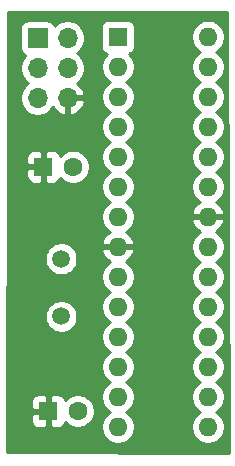
<source format=gbr>
%TF.GenerationSoftware,KiCad,Pcbnew,(5.1.7)-1*%
%TF.CreationDate,2020-12-03T15:27:53+01:00*%
%TF.ProjectId,usbasp16Mhz,75736261-7370-4313-964d-687a2e6b6963,rev?*%
%TF.SameCoordinates,Original*%
%TF.FileFunction,Copper,L2,Bot*%
%TF.FilePolarity,Positive*%
%FSLAX46Y46*%
G04 Gerber Fmt 4.6, Leading zero omitted, Abs format (unit mm)*
G04 Created by KiCad (PCBNEW (5.1.7)-1) date 2020-12-03 15:27:53*
%MOMM*%
%LPD*%
G01*
G04 APERTURE LIST*
%TA.AperFunction,ComponentPad*%
%ADD10R,1.600000X1.600000*%
%TD*%
%TA.AperFunction,ComponentPad*%
%ADD11C,1.600000*%
%TD*%
%TA.AperFunction,ComponentPad*%
%ADD12R,1.700000X1.700000*%
%TD*%
%TA.AperFunction,ComponentPad*%
%ADD13O,1.700000X1.700000*%
%TD*%
%TA.AperFunction,ComponentPad*%
%ADD14O,1.600000X1.600000*%
%TD*%
%TA.AperFunction,ComponentPad*%
%ADD15C,1.500000*%
%TD*%
%TA.AperFunction,Conductor*%
%ADD16C,0.254000*%
%TD*%
%TA.AperFunction,Conductor*%
%ADD17C,0.100000*%
%TD*%
G04 APERTURE END LIST*
D10*
%TO.P,C1,1*%
%TO.N,GND*%
X134700000Y-118600000D03*
D11*
%TO.P,C1,2*%
%TO.N,Net-(C1-Pad2)*%
X137200000Y-118600000D03*
%TD*%
%TO.P,C2,2*%
%TO.N,Net-(C2-Pad2)*%
X136800000Y-97900000D03*
D10*
%TO.P,C2,1*%
%TO.N,GND*%
X134300000Y-97900000D03*
%TD*%
D12*
%TO.P,J1,1*%
%TO.N,Net-(J1-Pad1)*%
X133800000Y-87000000D03*
D13*
%TO.P,J1,2*%
%TO.N,Net-(J1-Pad2)*%
X136340000Y-87000000D03*
%TO.P,J1,3*%
%TO.N,Net-(J1-Pad3)*%
X133800000Y-89540000D03*
%TO.P,J1,4*%
%TO.N,Net-(J1-Pad4)*%
X136340000Y-89540000D03*
%TO.P,J1,5*%
%TO.N,Net-(J1-Pad5)*%
X133800000Y-92080000D03*
%TO.P,J1,6*%
%TO.N,GND*%
X136340000Y-92080000D03*
%TD*%
D10*
%TO.P,U1,1*%
%TO.N,Net-(J1-Pad1)*%
X140600000Y-86900000D03*
D14*
%TO.P,U1,15*%
%TO.N,N/C*%
X148220000Y-119920000D03*
%TO.P,U1,2*%
X140600000Y-89440000D03*
%TO.P,U1,16*%
X148220000Y-117380000D03*
%TO.P,U1,3*%
X140600000Y-91980000D03*
%TO.P,U1,17*%
%TO.N,Net-(J1-Pad5)*%
X148220000Y-114840000D03*
%TO.P,U1,4*%
%TO.N,N/C*%
X140600000Y-94520000D03*
%TO.P,U1,18*%
%TO.N,Net-(J1-Pad3)*%
X148220000Y-112300000D03*
%TO.P,U1,5*%
%TO.N,N/C*%
X140600000Y-97060000D03*
%TO.P,U1,19*%
%TO.N,Net-(J1-Pad2)*%
X148220000Y-109760000D03*
%TO.P,U1,6*%
%TO.N,N/C*%
X140600000Y-99600000D03*
%TO.P,U1,20*%
X148220000Y-107220000D03*
%TO.P,U1,7*%
%TO.N,Net-(J1-Pad4)*%
X140600000Y-102140000D03*
%TO.P,U1,21*%
%TO.N,N/C*%
X148220000Y-104680000D03*
%TO.P,U1,8*%
%TO.N,GND*%
X140600000Y-104680000D03*
%TO.P,U1,22*%
X148220000Y-102140000D03*
%TO.P,U1,9*%
%TO.N,Net-(C1-Pad2)*%
X140600000Y-107220000D03*
%TO.P,U1,23*%
%TO.N,N/C*%
X148220000Y-99600000D03*
%TO.P,U1,10*%
%TO.N,Net-(C2-Pad2)*%
X140600000Y-109760000D03*
%TO.P,U1,24*%
%TO.N,N/C*%
X148220000Y-97060000D03*
%TO.P,U1,11*%
X140600000Y-112300000D03*
%TO.P,U1,25*%
X148220000Y-94520000D03*
%TO.P,U1,12*%
X140600000Y-114840000D03*
%TO.P,U1,26*%
X148220000Y-91980000D03*
%TO.P,U1,13*%
X140600000Y-117380000D03*
%TO.P,U1,27*%
X148220000Y-89440000D03*
%TO.P,U1,14*%
X140600000Y-119920000D03*
%TO.P,U1,28*%
X148220000Y-86900000D03*
%TD*%
D15*
%TO.P,Y1,1*%
%TO.N,Net-(C1-Pad2)*%
X135800000Y-105700000D03*
%TO.P,Y1,2*%
%TO.N,Net-(C2-Pad2)*%
X135800000Y-110580000D03*
%TD*%
D16*
%TO.N,GND*%
X149972660Y-122172328D02*
X131227338Y-122073669D01*
X131234467Y-119400000D01*
X133261928Y-119400000D01*
X133274188Y-119524482D01*
X133310498Y-119644180D01*
X133369463Y-119754494D01*
X133448815Y-119851185D01*
X133545506Y-119930537D01*
X133655820Y-119989502D01*
X133775518Y-120025812D01*
X133900000Y-120038072D01*
X134414250Y-120035000D01*
X134573000Y-119876250D01*
X134573000Y-118727000D01*
X133423750Y-118727000D01*
X133265000Y-118885750D01*
X133261928Y-119400000D01*
X131234467Y-119400000D01*
X131238733Y-117800000D01*
X133261928Y-117800000D01*
X133265000Y-118314250D01*
X133423750Y-118473000D01*
X134573000Y-118473000D01*
X134573000Y-117323750D01*
X134827000Y-117323750D01*
X134827000Y-118473000D01*
X134847000Y-118473000D01*
X134847000Y-118727000D01*
X134827000Y-118727000D01*
X134827000Y-119876250D01*
X134985750Y-120035000D01*
X135500000Y-120038072D01*
X135624482Y-120025812D01*
X135744180Y-119989502D01*
X135854494Y-119930537D01*
X135951185Y-119851185D01*
X136030537Y-119754494D01*
X136089502Y-119644180D01*
X136118661Y-119548057D01*
X136285241Y-119714637D01*
X136520273Y-119871680D01*
X136781426Y-119979853D01*
X137058665Y-120035000D01*
X137341335Y-120035000D01*
X137618574Y-119979853D01*
X137879727Y-119871680D01*
X138114759Y-119714637D01*
X138314637Y-119514759D01*
X138471680Y-119279727D01*
X138579853Y-119018574D01*
X138635000Y-118741335D01*
X138635000Y-118458665D01*
X138579853Y-118181426D01*
X138471680Y-117920273D01*
X138314637Y-117685241D01*
X138114759Y-117485363D01*
X137879727Y-117328320D01*
X137618574Y-117220147D01*
X137341335Y-117165000D01*
X137058665Y-117165000D01*
X136781426Y-117220147D01*
X136520273Y-117328320D01*
X136285241Y-117485363D01*
X136118661Y-117651943D01*
X136089502Y-117555820D01*
X136030537Y-117445506D01*
X135951185Y-117348815D01*
X135854494Y-117269463D01*
X135744180Y-117210498D01*
X135624482Y-117174188D01*
X135500000Y-117161928D01*
X134985750Y-117165000D01*
X134827000Y-117323750D01*
X134573000Y-117323750D01*
X134414250Y-117165000D01*
X133900000Y-117161928D01*
X133775518Y-117174188D01*
X133655820Y-117210498D01*
X133545506Y-117269463D01*
X133448815Y-117348815D01*
X133369463Y-117445506D01*
X133310498Y-117555820D01*
X133274188Y-117675518D01*
X133261928Y-117800000D01*
X131238733Y-117800000D01*
X131258350Y-110443589D01*
X134415000Y-110443589D01*
X134415000Y-110716411D01*
X134468225Y-110983989D01*
X134572629Y-111236043D01*
X134724201Y-111462886D01*
X134917114Y-111655799D01*
X135143957Y-111807371D01*
X135396011Y-111911775D01*
X135663589Y-111965000D01*
X135936411Y-111965000D01*
X136203989Y-111911775D01*
X136456043Y-111807371D01*
X136682886Y-111655799D01*
X136875799Y-111462886D01*
X137027371Y-111236043D01*
X137131775Y-110983989D01*
X137185000Y-110716411D01*
X137185000Y-110443589D01*
X137131775Y-110176011D01*
X137027371Y-109923957D01*
X136875799Y-109697114D01*
X136682886Y-109504201D01*
X136456043Y-109352629D01*
X136203989Y-109248225D01*
X135936411Y-109195000D01*
X135663589Y-109195000D01*
X135396011Y-109248225D01*
X135143957Y-109352629D01*
X134917114Y-109504201D01*
X134724201Y-109697114D01*
X134572629Y-109923957D01*
X134468225Y-110176011D01*
X134415000Y-110443589D01*
X131258350Y-110443589D01*
X131271363Y-105563589D01*
X134415000Y-105563589D01*
X134415000Y-105836411D01*
X134468225Y-106103989D01*
X134572629Y-106356043D01*
X134724201Y-106582886D01*
X134917114Y-106775799D01*
X135143957Y-106927371D01*
X135396011Y-107031775D01*
X135663589Y-107085000D01*
X135936411Y-107085000D01*
X135968258Y-107078665D01*
X139165000Y-107078665D01*
X139165000Y-107361335D01*
X139220147Y-107638574D01*
X139328320Y-107899727D01*
X139485363Y-108134759D01*
X139685241Y-108334637D01*
X139917759Y-108490000D01*
X139685241Y-108645363D01*
X139485363Y-108845241D01*
X139328320Y-109080273D01*
X139220147Y-109341426D01*
X139165000Y-109618665D01*
X139165000Y-109901335D01*
X139220147Y-110178574D01*
X139328320Y-110439727D01*
X139485363Y-110674759D01*
X139685241Y-110874637D01*
X139917759Y-111030000D01*
X139685241Y-111185363D01*
X139485363Y-111385241D01*
X139328320Y-111620273D01*
X139220147Y-111881426D01*
X139165000Y-112158665D01*
X139165000Y-112441335D01*
X139220147Y-112718574D01*
X139328320Y-112979727D01*
X139485363Y-113214759D01*
X139685241Y-113414637D01*
X139917759Y-113570000D01*
X139685241Y-113725363D01*
X139485363Y-113925241D01*
X139328320Y-114160273D01*
X139220147Y-114421426D01*
X139165000Y-114698665D01*
X139165000Y-114981335D01*
X139220147Y-115258574D01*
X139328320Y-115519727D01*
X139485363Y-115754759D01*
X139685241Y-115954637D01*
X139917759Y-116110000D01*
X139685241Y-116265363D01*
X139485363Y-116465241D01*
X139328320Y-116700273D01*
X139220147Y-116961426D01*
X139165000Y-117238665D01*
X139165000Y-117521335D01*
X139220147Y-117798574D01*
X139328320Y-118059727D01*
X139485363Y-118294759D01*
X139685241Y-118494637D01*
X139917759Y-118650000D01*
X139685241Y-118805363D01*
X139485363Y-119005241D01*
X139328320Y-119240273D01*
X139220147Y-119501426D01*
X139165000Y-119778665D01*
X139165000Y-120061335D01*
X139220147Y-120338574D01*
X139328320Y-120599727D01*
X139485363Y-120834759D01*
X139685241Y-121034637D01*
X139920273Y-121191680D01*
X140181426Y-121299853D01*
X140458665Y-121355000D01*
X140741335Y-121355000D01*
X141018574Y-121299853D01*
X141279727Y-121191680D01*
X141514759Y-121034637D01*
X141714637Y-120834759D01*
X141871680Y-120599727D01*
X141979853Y-120338574D01*
X142035000Y-120061335D01*
X142035000Y-119778665D01*
X141979853Y-119501426D01*
X141871680Y-119240273D01*
X141714637Y-119005241D01*
X141514759Y-118805363D01*
X141282241Y-118650000D01*
X141514759Y-118494637D01*
X141714637Y-118294759D01*
X141871680Y-118059727D01*
X141979853Y-117798574D01*
X142035000Y-117521335D01*
X142035000Y-117238665D01*
X141979853Y-116961426D01*
X141871680Y-116700273D01*
X141714637Y-116465241D01*
X141514759Y-116265363D01*
X141282241Y-116110000D01*
X141514759Y-115954637D01*
X141714637Y-115754759D01*
X141871680Y-115519727D01*
X141979853Y-115258574D01*
X142035000Y-114981335D01*
X142035000Y-114698665D01*
X141979853Y-114421426D01*
X141871680Y-114160273D01*
X141714637Y-113925241D01*
X141514759Y-113725363D01*
X141282241Y-113570000D01*
X141514759Y-113414637D01*
X141714637Y-113214759D01*
X141871680Y-112979727D01*
X141979853Y-112718574D01*
X142035000Y-112441335D01*
X142035000Y-112158665D01*
X141979853Y-111881426D01*
X141871680Y-111620273D01*
X141714637Y-111385241D01*
X141514759Y-111185363D01*
X141282241Y-111030000D01*
X141514759Y-110874637D01*
X141714637Y-110674759D01*
X141871680Y-110439727D01*
X141979853Y-110178574D01*
X142035000Y-109901335D01*
X142035000Y-109618665D01*
X141979853Y-109341426D01*
X141871680Y-109080273D01*
X141714637Y-108845241D01*
X141514759Y-108645363D01*
X141282241Y-108490000D01*
X141514759Y-108334637D01*
X141714637Y-108134759D01*
X141871680Y-107899727D01*
X141979853Y-107638574D01*
X142035000Y-107361335D01*
X142035000Y-107078665D01*
X141979853Y-106801426D01*
X141871680Y-106540273D01*
X141714637Y-106305241D01*
X141514759Y-106105363D01*
X141279727Y-105948320D01*
X141269135Y-105943933D01*
X141455131Y-105832385D01*
X141663519Y-105643414D01*
X141831037Y-105417420D01*
X141951246Y-105163087D01*
X141991904Y-105029039D01*
X141869915Y-104807000D01*
X140727000Y-104807000D01*
X140727000Y-104827000D01*
X140473000Y-104827000D01*
X140473000Y-104807000D01*
X139330085Y-104807000D01*
X139208096Y-105029039D01*
X139248754Y-105163087D01*
X139368963Y-105417420D01*
X139536481Y-105643414D01*
X139744869Y-105832385D01*
X139930865Y-105943933D01*
X139920273Y-105948320D01*
X139685241Y-106105363D01*
X139485363Y-106305241D01*
X139328320Y-106540273D01*
X139220147Y-106801426D01*
X139165000Y-107078665D01*
X135968258Y-107078665D01*
X136203989Y-107031775D01*
X136456043Y-106927371D01*
X136682886Y-106775799D01*
X136875799Y-106582886D01*
X137027371Y-106356043D01*
X137131775Y-106103989D01*
X137185000Y-105836411D01*
X137185000Y-105563589D01*
X137131775Y-105296011D01*
X137027371Y-105043957D01*
X136875799Y-104817114D01*
X136682886Y-104624201D01*
X136456043Y-104472629D01*
X136203989Y-104368225D01*
X135936411Y-104315000D01*
X135663589Y-104315000D01*
X135396011Y-104368225D01*
X135143957Y-104472629D01*
X134917114Y-104624201D01*
X134724201Y-104817114D01*
X134572629Y-105043957D01*
X134468225Y-105296011D01*
X134415000Y-105563589D01*
X131271363Y-105563589D01*
X131289667Y-98700000D01*
X132861928Y-98700000D01*
X132874188Y-98824482D01*
X132910498Y-98944180D01*
X132969463Y-99054494D01*
X133048815Y-99151185D01*
X133145506Y-99230537D01*
X133255820Y-99289502D01*
X133375518Y-99325812D01*
X133500000Y-99338072D01*
X134014250Y-99335000D01*
X134173000Y-99176250D01*
X134173000Y-98027000D01*
X133023750Y-98027000D01*
X132865000Y-98185750D01*
X132861928Y-98700000D01*
X131289667Y-98700000D01*
X131293933Y-97100000D01*
X132861928Y-97100000D01*
X132865000Y-97614250D01*
X133023750Y-97773000D01*
X134173000Y-97773000D01*
X134173000Y-96623750D01*
X134427000Y-96623750D01*
X134427000Y-97773000D01*
X134447000Y-97773000D01*
X134447000Y-98027000D01*
X134427000Y-98027000D01*
X134427000Y-99176250D01*
X134585750Y-99335000D01*
X135100000Y-99338072D01*
X135224482Y-99325812D01*
X135344180Y-99289502D01*
X135454494Y-99230537D01*
X135551185Y-99151185D01*
X135630537Y-99054494D01*
X135689502Y-98944180D01*
X135718661Y-98848057D01*
X135885241Y-99014637D01*
X136120273Y-99171680D01*
X136381426Y-99279853D01*
X136658665Y-99335000D01*
X136941335Y-99335000D01*
X137218574Y-99279853D01*
X137479727Y-99171680D01*
X137714759Y-99014637D01*
X137914637Y-98814759D01*
X138071680Y-98579727D01*
X138179853Y-98318574D01*
X138235000Y-98041335D01*
X138235000Y-97758665D01*
X138179853Y-97481426D01*
X138071680Y-97220273D01*
X137914637Y-96985241D01*
X137714759Y-96785363D01*
X137479727Y-96628320D01*
X137218574Y-96520147D01*
X136941335Y-96465000D01*
X136658665Y-96465000D01*
X136381426Y-96520147D01*
X136120273Y-96628320D01*
X135885241Y-96785363D01*
X135718661Y-96951943D01*
X135689502Y-96855820D01*
X135630537Y-96745506D01*
X135551185Y-96648815D01*
X135454494Y-96569463D01*
X135344180Y-96510498D01*
X135224482Y-96474188D01*
X135100000Y-96461928D01*
X134585750Y-96465000D01*
X134427000Y-96623750D01*
X134173000Y-96623750D01*
X134014250Y-96465000D01*
X133500000Y-96461928D01*
X133375518Y-96474188D01*
X133255820Y-96510498D01*
X133145506Y-96569463D01*
X133048815Y-96648815D01*
X132969463Y-96745506D01*
X132910498Y-96855820D01*
X132874188Y-96975518D01*
X132861928Y-97100000D01*
X131293933Y-97100000D01*
X131323134Y-86150000D01*
X132311928Y-86150000D01*
X132311928Y-87850000D01*
X132324188Y-87974482D01*
X132360498Y-88094180D01*
X132419463Y-88204494D01*
X132498815Y-88301185D01*
X132595506Y-88380537D01*
X132705820Y-88439502D01*
X132778380Y-88461513D01*
X132646525Y-88593368D01*
X132484010Y-88836589D01*
X132372068Y-89106842D01*
X132315000Y-89393740D01*
X132315000Y-89686260D01*
X132372068Y-89973158D01*
X132484010Y-90243411D01*
X132646525Y-90486632D01*
X132853368Y-90693475D01*
X133027760Y-90810000D01*
X132853368Y-90926525D01*
X132646525Y-91133368D01*
X132484010Y-91376589D01*
X132372068Y-91646842D01*
X132315000Y-91933740D01*
X132315000Y-92226260D01*
X132372068Y-92513158D01*
X132484010Y-92783411D01*
X132646525Y-93026632D01*
X132853368Y-93233475D01*
X133096589Y-93395990D01*
X133366842Y-93507932D01*
X133653740Y-93565000D01*
X133946260Y-93565000D01*
X134233158Y-93507932D01*
X134503411Y-93395990D01*
X134746632Y-93233475D01*
X134953475Y-93026632D01*
X135071100Y-92850594D01*
X135242412Y-93080269D01*
X135458645Y-93275178D01*
X135708748Y-93424157D01*
X135983109Y-93521481D01*
X136213000Y-93400814D01*
X136213000Y-92207000D01*
X136467000Y-92207000D01*
X136467000Y-93400814D01*
X136696891Y-93521481D01*
X136971252Y-93424157D01*
X137221355Y-93275178D01*
X137437588Y-93080269D01*
X137611641Y-92846920D01*
X137736825Y-92584099D01*
X137781476Y-92436890D01*
X137660155Y-92207000D01*
X136467000Y-92207000D01*
X136213000Y-92207000D01*
X136193000Y-92207000D01*
X136193000Y-91953000D01*
X136213000Y-91953000D01*
X136213000Y-91933000D01*
X136467000Y-91933000D01*
X136467000Y-91953000D01*
X137660155Y-91953000D01*
X137781476Y-91723110D01*
X137736825Y-91575901D01*
X137611641Y-91313080D01*
X137437588Y-91079731D01*
X137221355Y-90884822D01*
X137104466Y-90815195D01*
X137286632Y-90693475D01*
X137493475Y-90486632D01*
X137655990Y-90243411D01*
X137767932Y-89973158D01*
X137825000Y-89686260D01*
X137825000Y-89393740D01*
X137767932Y-89106842D01*
X137655990Y-88836589D01*
X137493475Y-88593368D01*
X137286632Y-88386525D01*
X137112240Y-88270000D01*
X137286632Y-88153475D01*
X137493475Y-87946632D01*
X137655990Y-87703411D01*
X137767932Y-87433158D01*
X137825000Y-87146260D01*
X137825000Y-86853740D01*
X137767932Y-86566842D01*
X137655990Y-86296589D01*
X137524634Y-86100000D01*
X139161928Y-86100000D01*
X139161928Y-87700000D01*
X139174188Y-87824482D01*
X139210498Y-87944180D01*
X139269463Y-88054494D01*
X139348815Y-88151185D01*
X139445506Y-88230537D01*
X139555820Y-88289502D01*
X139675518Y-88325812D01*
X139683961Y-88326643D01*
X139485363Y-88525241D01*
X139328320Y-88760273D01*
X139220147Y-89021426D01*
X139165000Y-89298665D01*
X139165000Y-89581335D01*
X139220147Y-89858574D01*
X139328320Y-90119727D01*
X139485363Y-90354759D01*
X139685241Y-90554637D01*
X139917759Y-90710000D01*
X139685241Y-90865363D01*
X139485363Y-91065241D01*
X139328320Y-91300273D01*
X139220147Y-91561426D01*
X139165000Y-91838665D01*
X139165000Y-92121335D01*
X139220147Y-92398574D01*
X139328320Y-92659727D01*
X139485363Y-92894759D01*
X139685241Y-93094637D01*
X139917759Y-93250000D01*
X139685241Y-93405363D01*
X139485363Y-93605241D01*
X139328320Y-93840273D01*
X139220147Y-94101426D01*
X139165000Y-94378665D01*
X139165000Y-94661335D01*
X139220147Y-94938574D01*
X139328320Y-95199727D01*
X139485363Y-95434759D01*
X139685241Y-95634637D01*
X139917759Y-95790000D01*
X139685241Y-95945363D01*
X139485363Y-96145241D01*
X139328320Y-96380273D01*
X139220147Y-96641426D01*
X139165000Y-96918665D01*
X139165000Y-97201335D01*
X139220147Y-97478574D01*
X139328320Y-97739727D01*
X139485363Y-97974759D01*
X139685241Y-98174637D01*
X139917759Y-98330000D01*
X139685241Y-98485363D01*
X139485363Y-98685241D01*
X139328320Y-98920273D01*
X139220147Y-99181426D01*
X139165000Y-99458665D01*
X139165000Y-99741335D01*
X139220147Y-100018574D01*
X139328320Y-100279727D01*
X139485363Y-100514759D01*
X139685241Y-100714637D01*
X139917759Y-100870000D01*
X139685241Y-101025363D01*
X139485363Y-101225241D01*
X139328320Y-101460273D01*
X139220147Y-101721426D01*
X139165000Y-101998665D01*
X139165000Y-102281335D01*
X139220147Y-102558574D01*
X139328320Y-102819727D01*
X139485363Y-103054759D01*
X139685241Y-103254637D01*
X139920273Y-103411680D01*
X139930865Y-103416067D01*
X139744869Y-103527615D01*
X139536481Y-103716586D01*
X139368963Y-103942580D01*
X139248754Y-104196913D01*
X139208096Y-104330961D01*
X139330085Y-104553000D01*
X140473000Y-104553000D01*
X140473000Y-104533000D01*
X140727000Y-104533000D01*
X140727000Y-104553000D01*
X141869915Y-104553000D01*
X141877790Y-104538665D01*
X146785000Y-104538665D01*
X146785000Y-104821335D01*
X146840147Y-105098574D01*
X146948320Y-105359727D01*
X147105363Y-105594759D01*
X147305241Y-105794637D01*
X147537759Y-105950000D01*
X147305241Y-106105363D01*
X147105363Y-106305241D01*
X146948320Y-106540273D01*
X146840147Y-106801426D01*
X146785000Y-107078665D01*
X146785000Y-107361335D01*
X146840147Y-107638574D01*
X146948320Y-107899727D01*
X147105363Y-108134759D01*
X147305241Y-108334637D01*
X147537759Y-108490000D01*
X147305241Y-108645363D01*
X147105363Y-108845241D01*
X146948320Y-109080273D01*
X146840147Y-109341426D01*
X146785000Y-109618665D01*
X146785000Y-109901335D01*
X146840147Y-110178574D01*
X146948320Y-110439727D01*
X147105363Y-110674759D01*
X147305241Y-110874637D01*
X147537759Y-111030000D01*
X147305241Y-111185363D01*
X147105363Y-111385241D01*
X146948320Y-111620273D01*
X146840147Y-111881426D01*
X146785000Y-112158665D01*
X146785000Y-112441335D01*
X146840147Y-112718574D01*
X146948320Y-112979727D01*
X147105363Y-113214759D01*
X147305241Y-113414637D01*
X147537759Y-113570000D01*
X147305241Y-113725363D01*
X147105363Y-113925241D01*
X146948320Y-114160273D01*
X146840147Y-114421426D01*
X146785000Y-114698665D01*
X146785000Y-114981335D01*
X146840147Y-115258574D01*
X146948320Y-115519727D01*
X147105363Y-115754759D01*
X147305241Y-115954637D01*
X147537759Y-116110000D01*
X147305241Y-116265363D01*
X147105363Y-116465241D01*
X146948320Y-116700273D01*
X146840147Y-116961426D01*
X146785000Y-117238665D01*
X146785000Y-117521335D01*
X146840147Y-117798574D01*
X146948320Y-118059727D01*
X147105363Y-118294759D01*
X147305241Y-118494637D01*
X147537759Y-118650000D01*
X147305241Y-118805363D01*
X147105363Y-119005241D01*
X146948320Y-119240273D01*
X146840147Y-119501426D01*
X146785000Y-119778665D01*
X146785000Y-120061335D01*
X146840147Y-120338574D01*
X146948320Y-120599727D01*
X147105363Y-120834759D01*
X147305241Y-121034637D01*
X147540273Y-121191680D01*
X147801426Y-121299853D01*
X148078665Y-121355000D01*
X148361335Y-121355000D01*
X148638574Y-121299853D01*
X148899727Y-121191680D01*
X149134759Y-121034637D01*
X149334637Y-120834759D01*
X149491680Y-120599727D01*
X149599853Y-120338574D01*
X149655000Y-120061335D01*
X149655000Y-119778665D01*
X149599853Y-119501426D01*
X149491680Y-119240273D01*
X149334637Y-119005241D01*
X149134759Y-118805363D01*
X148902241Y-118650000D01*
X149134759Y-118494637D01*
X149334637Y-118294759D01*
X149491680Y-118059727D01*
X149599853Y-117798574D01*
X149655000Y-117521335D01*
X149655000Y-117238665D01*
X149599853Y-116961426D01*
X149491680Y-116700273D01*
X149334637Y-116465241D01*
X149134759Y-116265363D01*
X148902241Y-116110000D01*
X149134759Y-115954637D01*
X149334637Y-115754759D01*
X149491680Y-115519727D01*
X149599853Y-115258574D01*
X149655000Y-114981335D01*
X149655000Y-114698665D01*
X149599853Y-114421426D01*
X149491680Y-114160273D01*
X149334637Y-113925241D01*
X149134759Y-113725363D01*
X148902241Y-113570000D01*
X149134759Y-113414637D01*
X149334637Y-113214759D01*
X149491680Y-112979727D01*
X149599853Y-112718574D01*
X149655000Y-112441335D01*
X149655000Y-112158665D01*
X149599853Y-111881426D01*
X149491680Y-111620273D01*
X149334637Y-111385241D01*
X149134759Y-111185363D01*
X148902241Y-111030000D01*
X149134759Y-110874637D01*
X149334637Y-110674759D01*
X149491680Y-110439727D01*
X149599853Y-110178574D01*
X149655000Y-109901335D01*
X149655000Y-109618665D01*
X149599853Y-109341426D01*
X149491680Y-109080273D01*
X149334637Y-108845241D01*
X149134759Y-108645363D01*
X148902241Y-108490000D01*
X149134759Y-108334637D01*
X149334637Y-108134759D01*
X149491680Y-107899727D01*
X149599853Y-107638574D01*
X149655000Y-107361335D01*
X149655000Y-107078665D01*
X149599853Y-106801426D01*
X149491680Y-106540273D01*
X149334637Y-106305241D01*
X149134759Y-106105363D01*
X148902241Y-105950000D01*
X149134759Y-105794637D01*
X149334637Y-105594759D01*
X149491680Y-105359727D01*
X149599853Y-105098574D01*
X149655000Y-104821335D01*
X149655000Y-104538665D01*
X149599853Y-104261426D01*
X149491680Y-104000273D01*
X149334637Y-103765241D01*
X149134759Y-103565363D01*
X148899727Y-103408320D01*
X148889135Y-103403933D01*
X149075131Y-103292385D01*
X149283519Y-103103414D01*
X149451037Y-102877420D01*
X149571246Y-102623087D01*
X149611904Y-102489039D01*
X149489915Y-102267000D01*
X148347000Y-102267000D01*
X148347000Y-102287000D01*
X148093000Y-102287000D01*
X148093000Y-102267000D01*
X146950085Y-102267000D01*
X146828096Y-102489039D01*
X146868754Y-102623087D01*
X146988963Y-102877420D01*
X147156481Y-103103414D01*
X147364869Y-103292385D01*
X147550865Y-103403933D01*
X147540273Y-103408320D01*
X147305241Y-103565363D01*
X147105363Y-103765241D01*
X146948320Y-104000273D01*
X146840147Y-104261426D01*
X146785000Y-104538665D01*
X141877790Y-104538665D01*
X141991904Y-104330961D01*
X141951246Y-104196913D01*
X141831037Y-103942580D01*
X141663519Y-103716586D01*
X141455131Y-103527615D01*
X141269135Y-103416067D01*
X141279727Y-103411680D01*
X141514759Y-103254637D01*
X141714637Y-103054759D01*
X141871680Y-102819727D01*
X141979853Y-102558574D01*
X142035000Y-102281335D01*
X142035000Y-101998665D01*
X141979853Y-101721426D01*
X141871680Y-101460273D01*
X141714637Y-101225241D01*
X141514759Y-101025363D01*
X141282241Y-100870000D01*
X141514759Y-100714637D01*
X141714637Y-100514759D01*
X141871680Y-100279727D01*
X141979853Y-100018574D01*
X142035000Y-99741335D01*
X142035000Y-99458665D01*
X141979853Y-99181426D01*
X141871680Y-98920273D01*
X141714637Y-98685241D01*
X141514759Y-98485363D01*
X141282241Y-98330000D01*
X141514759Y-98174637D01*
X141714637Y-97974759D01*
X141871680Y-97739727D01*
X141979853Y-97478574D01*
X142035000Y-97201335D01*
X142035000Y-96918665D01*
X141979853Y-96641426D01*
X141871680Y-96380273D01*
X141714637Y-96145241D01*
X141514759Y-95945363D01*
X141282241Y-95790000D01*
X141514759Y-95634637D01*
X141714637Y-95434759D01*
X141871680Y-95199727D01*
X141979853Y-94938574D01*
X142035000Y-94661335D01*
X142035000Y-94378665D01*
X141979853Y-94101426D01*
X141871680Y-93840273D01*
X141714637Y-93605241D01*
X141514759Y-93405363D01*
X141282241Y-93250000D01*
X141514759Y-93094637D01*
X141714637Y-92894759D01*
X141871680Y-92659727D01*
X141979853Y-92398574D01*
X142035000Y-92121335D01*
X142035000Y-91838665D01*
X141979853Y-91561426D01*
X141871680Y-91300273D01*
X141714637Y-91065241D01*
X141514759Y-90865363D01*
X141282241Y-90710000D01*
X141514759Y-90554637D01*
X141714637Y-90354759D01*
X141871680Y-90119727D01*
X141979853Y-89858574D01*
X142035000Y-89581335D01*
X142035000Y-89298665D01*
X141979853Y-89021426D01*
X141871680Y-88760273D01*
X141714637Y-88525241D01*
X141516039Y-88326643D01*
X141524482Y-88325812D01*
X141644180Y-88289502D01*
X141754494Y-88230537D01*
X141851185Y-88151185D01*
X141930537Y-88054494D01*
X141989502Y-87944180D01*
X142025812Y-87824482D01*
X142038072Y-87700000D01*
X142038072Y-86758665D01*
X146785000Y-86758665D01*
X146785000Y-87041335D01*
X146840147Y-87318574D01*
X146948320Y-87579727D01*
X147105363Y-87814759D01*
X147305241Y-88014637D01*
X147537759Y-88170000D01*
X147305241Y-88325363D01*
X147105363Y-88525241D01*
X146948320Y-88760273D01*
X146840147Y-89021426D01*
X146785000Y-89298665D01*
X146785000Y-89581335D01*
X146840147Y-89858574D01*
X146948320Y-90119727D01*
X147105363Y-90354759D01*
X147305241Y-90554637D01*
X147537759Y-90710000D01*
X147305241Y-90865363D01*
X147105363Y-91065241D01*
X146948320Y-91300273D01*
X146840147Y-91561426D01*
X146785000Y-91838665D01*
X146785000Y-92121335D01*
X146840147Y-92398574D01*
X146948320Y-92659727D01*
X147105363Y-92894759D01*
X147305241Y-93094637D01*
X147537759Y-93250000D01*
X147305241Y-93405363D01*
X147105363Y-93605241D01*
X146948320Y-93840273D01*
X146840147Y-94101426D01*
X146785000Y-94378665D01*
X146785000Y-94661335D01*
X146840147Y-94938574D01*
X146948320Y-95199727D01*
X147105363Y-95434759D01*
X147305241Y-95634637D01*
X147537759Y-95790000D01*
X147305241Y-95945363D01*
X147105363Y-96145241D01*
X146948320Y-96380273D01*
X146840147Y-96641426D01*
X146785000Y-96918665D01*
X146785000Y-97201335D01*
X146840147Y-97478574D01*
X146948320Y-97739727D01*
X147105363Y-97974759D01*
X147305241Y-98174637D01*
X147537759Y-98330000D01*
X147305241Y-98485363D01*
X147105363Y-98685241D01*
X146948320Y-98920273D01*
X146840147Y-99181426D01*
X146785000Y-99458665D01*
X146785000Y-99741335D01*
X146840147Y-100018574D01*
X146948320Y-100279727D01*
X147105363Y-100514759D01*
X147305241Y-100714637D01*
X147540273Y-100871680D01*
X147550865Y-100876067D01*
X147364869Y-100987615D01*
X147156481Y-101176586D01*
X146988963Y-101402580D01*
X146868754Y-101656913D01*
X146828096Y-101790961D01*
X146950085Y-102013000D01*
X148093000Y-102013000D01*
X148093000Y-101993000D01*
X148347000Y-101993000D01*
X148347000Y-102013000D01*
X149489915Y-102013000D01*
X149611904Y-101790961D01*
X149571246Y-101656913D01*
X149451037Y-101402580D01*
X149283519Y-101176586D01*
X149075131Y-100987615D01*
X148889135Y-100876067D01*
X148899727Y-100871680D01*
X149134759Y-100714637D01*
X149334637Y-100514759D01*
X149491680Y-100279727D01*
X149599853Y-100018574D01*
X149655000Y-99741335D01*
X149655000Y-99458665D01*
X149599853Y-99181426D01*
X149491680Y-98920273D01*
X149334637Y-98685241D01*
X149134759Y-98485363D01*
X148902241Y-98330000D01*
X149134759Y-98174637D01*
X149334637Y-97974759D01*
X149491680Y-97739727D01*
X149599853Y-97478574D01*
X149655000Y-97201335D01*
X149655000Y-96918665D01*
X149599853Y-96641426D01*
X149491680Y-96380273D01*
X149334637Y-96145241D01*
X149134759Y-95945363D01*
X148902241Y-95790000D01*
X149134759Y-95634637D01*
X149334637Y-95434759D01*
X149491680Y-95199727D01*
X149599853Y-94938574D01*
X149655000Y-94661335D01*
X149655000Y-94378665D01*
X149599853Y-94101426D01*
X149491680Y-93840273D01*
X149334637Y-93605241D01*
X149134759Y-93405363D01*
X148902241Y-93250000D01*
X149134759Y-93094637D01*
X149334637Y-92894759D01*
X149491680Y-92659727D01*
X149599853Y-92398574D01*
X149655000Y-92121335D01*
X149655000Y-91838665D01*
X149599853Y-91561426D01*
X149491680Y-91300273D01*
X149334637Y-91065241D01*
X149134759Y-90865363D01*
X148902241Y-90710000D01*
X149134759Y-90554637D01*
X149334637Y-90354759D01*
X149491680Y-90119727D01*
X149599853Y-89858574D01*
X149655000Y-89581335D01*
X149655000Y-89298665D01*
X149599853Y-89021426D01*
X149491680Y-88760273D01*
X149334637Y-88525241D01*
X149134759Y-88325363D01*
X148902241Y-88170000D01*
X149134759Y-88014637D01*
X149334637Y-87814759D01*
X149491680Y-87579727D01*
X149599853Y-87318574D01*
X149655000Y-87041335D01*
X149655000Y-86758665D01*
X149599853Y-86481426D01*
X149491680Y-86220273D01*
X149334637Y-85985241D01*
X149134759Y-85785363D01*
X148899727Y-85628320D01*
X148638574Y-85520147D01*
X148361335Y-85465000D01*
X148078665Y-85465000D01*
X147801426Y-85520147D01*
X147540273Y-85628320D01*
X147305241Y-85785363D01*
X147105363Y-85985241D01*
X146948320Y-86220273D01*
X146840147Y-86481426D01*
X146785000Y-86758665D01*
X142038072Y-86758665D01*
X142038072Y-86100000D01*
X142025812Y-85975518D01*
X141989502Y-85855820D01*
X141930537Y-85745506D01*
X141851185Y-85648815D01*
X141754494Y-85569463D01*
X141644180Y-85510498D01*
X141524482Y-85474188D01*
X141400000Y-85461928D01*
X139800000Y-85461928D01*
X139675518Y-85474188D01*
X139555820Y-85510498D01*
X139445506Y-85569463D01*
X139348815Y-85648815D01*
X139269463Y-85745506D01*
X139210498Y-85855820D01*
X139174188Y-85975518D01*
X139161928Y-86100000D01*
X137524634Y-86100000D01*
X137493475Y-86053368D01*
X137286632Y-85846525D01*
X137043411Y-85684010D01*
X136773158Y-85572068D01*
X136486260Y-85515000D01*
X136193740Y-85515000D01*
X135906842Y-85572068D01*
X135636589Y-85684010D01*
X135393368Y-85846525D01*
X135261513Y-85978380D01*
X135239502Y-85905820D01*
X135180537Y-85795506D01*
X135101185Y-85698815D01*
X135004494Y-85619463D01*
X134894180Y-85560498D01*
X134774482Y-85524188D01*
X134650000Y-85511928D01*
X132950000Y-85511928D01*
X132825518Y-85524188D01*
X132705820Y-85560498D01*
X132595506Y-85619463D01*
X132498815Y-85698815D01*
X132419463Y-85795506D01*
X132360498Y-85905820D01*
X132324188Y-86025518D01*
X132311928Y-86150000D01*
X131323134Y-86150000D01*
X131326662Y-84827000D01*
X149873337Y-84827000D01*
X149972660Y-122172328D01*
%TA.AperFunction,Conductor*%
D17*
G36*
X149972660Y-122172328D02*
G01*
X131227338Y-122073669D01*
X131234467Y-119400000D01*
X133261928Y-119400000D01*
X133274188Y-119524482D01*
X133310498Y-119644180D01*
X133369463Y-119754494D01*
X133448815Y-119851185D01*
X133545506Y-119930537D01*
X133655820Y-119989502D01*
X133775518Y-120025812D01*
X133900000Y-120038072D01*
X134414250Y-120035000D01*
X134573000Y-119876250D01*
X134573000Y-118727000D01*
X133423750Y-118727000D01*
X133265000Y-118885750D01*
X133261928Y-119400000D01*
X131234467Y-119400000D01*
X131238733Y-117800000D01*
X133261928Y-117800000D01*
X133265000Y-118314250D01*
X133423750Y-118473000D01*
X134573000Y-118473000D01*
X134573000Y-117323750D01*
X134827000Y-117323750D01*
X134827000Y-118473000D01*
X134847000Y-118473000D01*
X134847000Y-118727000D01*
X134827000Y-118727000D01*
X134827000Y-119876250D01*
X134985750Y-120035000D01*
X135500000Y-120038072D01*
X135624482Y-120025812D01*
X135744180Y-119989502D01*
X135854494Y-119930537D01*
X135951185Y-119851185D01*
X136030537Y-119754494D01*
X136089502Y-119644180D01*
X136118661Y-119548057D01*
X136285241Y-119714637D01*
X136520273Y-119871680D01*
X136781426Y-119979853D01*
X137058665Y-120035000D01*
X137341335Y-120035000D01*
X137618574Y-119979853D01*
X137879727Y-119871680D01*
X138114759Y-119714637D01*
X138314637Y-119514759D01*
X138471680Y-119279727D01*
X138579853Y-119018574D01*
X138635000Y-118741335D01*
X138635000Y-118458665D01*
X138579853Y-118181426D01*
X138471680Y-117920273D01*
X138314637Y-117685241D01*
X138114759Y-117485363D01*
X137879727Y-117328320D01*
X137618574Y-117220147D01*
X137341335Y-117165000D01*
X137058665Y-117165000D01*
X136781426Y-117220147D01*
X136520273Y-117328320D01*
X136285241Y-117485363D01*
X136118661Y-117651943D01*
X136089502Y-117555820D01*
X136030537Y-117445506D01*
X135951185Y-117348815D01*
X135854494Y-117269463D01*
X135744180Y-117210498D01*
X135624482Y-117174188D01*
X135500000Y-117161928D01*
X134985750Y-117165000D01*
X134827000Y-117323750D01*
X134573000Y-117323750D01*
X134414250Y-117165000D01*
X133900000Y-117161928D01*
X133775518Y-117174188D01*
X133655820Y-117210498D01*
X133545506Y-117269463D01*
X133448815Y-117348815D01*
X133369463Y-117445506D01*
X133310498Y-117555820D01*
X133274188Y-117675518D01*
X133261928Y-117800000D01*
X131238733Y-117800000D01*
X131258350Y-110443589D01*
X134415000Y-110443589D01*
X134415000Y-110716411D01*
X134468225Y-110983989D01*
X134572629Y-111236043D01*
X134724201Y-111462886D01*
X134917114Y-111655799D01*
X135143957Y-111807371D01*
X135396011Y-111911775D01*
X135663589Y-111965000D01*
X135936411Y-111965000D01*
X136203989Y-111911775D01*
X136456043Y-111807371D01*
X136682886Y-111655799D01*
X136875799Y-111462886D01*
X137027371Y-111236043D01*
X137131775Y-110983989D01*
X137185000Y-110716411D01*
X137185000Y-110443589D01*
X137131775Y-110176011D01*
X137027371Y-109923957D01*
X136875799Y-109697114D01*
X136682886Y-109504201D01*
X136456043Y-109352629D01*
X136203989Y-109248225D01*
X135936411Y-109195000D01*
X135663589Y-109195000D01*
X135396011Y-109248225D01*
X135143957Y-109352629D01*
X134917114Y-109504201D01*
X134724201Y-109697114D01*
X134572629Y-109923957D01*
X134468225Y-110176011D01*
X134415000Y-110443589D01*
X131258350Y-110443589D01*
X131271363Y-105563589D01*
X134415000Y-105563589D01*
X134415000Y-105836411D01*
X134468225Y-106103989D01*
X134572629Y-106356043D01*
X134724201Y-106582886D01*
X134917114Y-106775799D01*
X135143957Y-106927371D01*
X135396011Y-107031775D01*
X135663589Y-107085000D01*
X135936411Y-107085000D01*
X135968258Y-107078665D01*
X139165000Y-107078665D01*
X139165000Y-107361335D01*
X139220147Y-107638574D01*
X139328320Y-107899727D01*
X139485363Y-108134759D01*
X139685241Y-108334637D01*
X139917759Y-108490000D01*
X139685241Y-108645363D01*
X139485363Y-108845241D01*
X139328320Y-109080273D01*
X139220147Y-109341426D01*
X139165000Y-109618665D01*
X139165000Y-109901335D01*
X139220147Y-110178574D01*
X139328320Y-110439727D01*
X139485363Y-110674759D01*
X139685241Y-110874637D01*
X139917759Y-111030000D01*
X139685241Y-111185363D01*
X139485363Y-111385241D01*
X139328320Y-111620273D01*
X139220147Y-111881426D01*
X139165000Y-112158665D01*
X139165000Y-112441335D01*
X139220147Y-112718574D01*
X139328320Y-112979727D01*
X139485363Y-113214759D01*
X139685241Y-113414637D01*
X139917759Y-113570000D01*
X139685241Y-113725363D01*
X139485363Y-113925241D01*
X139328320Y-114160273D01*
X139220147Y-114421426D01*
X139165000Y-114698665D01*
X139165000Y-114981335D01*
X139220147Y-115258574D01*
X139328320Y-115519727D01*
X139485363Y-115754759D01*
X139685241Y-115954637D01*
X139917759Y-116110000D01*
X139685241Y-116265363D01*
X139485363Y-116465241D01*
X139328320Y-116700273D01*
X139220147Y-116961426D01*
X139165000Y-117238665D01*
X139165000Y-117521335D01*
X139220147Y-117798574D01*
X139328320Y-118059727D01*
X139485363Y-118294759D01*
X139685241Y-118494637D01*
X139917759Y-118650000D01*
X139685241Y-118805363D01*
X139485363Y-119005241D01*
X139328320Y-119240273D01*
X139220147Y-119501426D01*
X139165000Y-119778665D01*
X139165000Y-120061335D01*
X139220147Y-120338574D01*
X139328320Y-120599727D01*
X139485363Y-120834759D01*
X139685241Y-121034637D01*
X139920273Y-121191680D01*
X140181426Y-121299853D01*
X140458665Y-121355000D01*
X140741335Y-121355000D01*
X141018574Y-121299853D01*
X141279727Y-121191680D01*
X141514759Y-121034637D01*
X141714637Y-120834759D01*
X141871680Y-120599727D01*
X141979853Y-120338574D01*
X142035000Y-120061335D01*
X142035000Y-119778665D01*
X141979853Y-119501426D01*
X141871680Y-119240273D01*
X141714637Y-119005241D01*
X141514759Y-118805363D01*
X141282241Y-118650000D01*
X141514759Y-118494637D01*
X141714637Y-118294759D01*
X141871680Y-118059727D01*
X141979853Y-117798574D01*
X142035000Y-117521335D01*
X142035000Y-117238665D01*
X141979853Y-116961426D01*
X141871680Y-116700273D01*
X141714637Y-116465241D01*
X141514759Y-116265363D01*
X141282241Y-116110000D01*
X141514759Y-115954637D01*
X141714637Y-115754759D01*
X141871680Y-115519727D01*
X141979853Y-115258574D01*
X142035000Y-114981335D01*
X142035000Y-114698665D01*
X141979853Y-114421426D01*
X141871680Y-114160273D01*
X141714637Y-113925241D01*
X141514759Y-113725363D01*
X141282241Y-113570000D01*
X141514759Y-113414637D01*
X141714637Y-113214759D01*
X141871680Y-112979727D01*
X141979853Y-112718574D01*
X142035000Y-112441335D01*
X142035000Y-112158665D01*
X141979853Y-111881426D01*
X141871680Y-111620273D01*
X141714637Y-111385241D01*
X141514759Y-111185363D01*
X141282241Y-111030000D01*
X141514759Y-110874637D01*
X141714637Y-110674759D01*
X141871680Y-110439727D01*
X141979853Y-110178574D01*
X142035000Y-109901335D01*
X142035000Y-109618665D01*
X141979853Y-109341426D01*
X141871680Y-109080273D01*
X141714637Y-108845241D01*
X141514759Y-108645363D01*
X141282241Y-108490000D01*
X141514759Y-108334637D01*
X141714637Y-108134759D01*
X141871680Y-107899727D01*
X141979853Y-107638574D01*
X142035000Y-107361335D01*
X142035000Y-107078665D01*
X141979853Y-106801426D01*
X141871680Y-106540273D01*
X141714637Y-106305241D01*
X141514759Y-106105363D01*
X141279727Y-105948320D01*
X141269135Y-105943933D01*
X141455131Y-105832385D01*
X141663519Y-105643414D01*
X141831037Y-105417420D01*
X141951246Y-105163087D01*
X141991904Y-105029039D01*
X141869915Y-104807000D01*
X140727000Y-104807000D01*
X140727000Y-104827000D01*
X140473000Y-104827000D01*
X140473000Y-104807000D01*
X139330085Y-104807000D01*
X139208096Y-105029039D01*
X139248754Y-105163087D01*
X139368963Y-105417420D01*
X139536481Y-105643414D01*
X139744869Y-105832385D01*
X139930865Y-105943933D01*
X139920273Y-105948320D01*
X139685241Y-106105363D01*
X139485363Y-106305241D01*
X139328320Y-106540273D01*
X139220147Y-106801426D01*
X139165000Y-107078665D01*
X135968258Y-107078665D01*
X136203989Y-107031775D01*
X136456043Y-106927371D01*
X136682886Y-106775799D01*
X136875799Y-106582886D01*
X137027371Y-106356043D01*
X137131775Y-106103989D01*
X137185000Y-105836411D01*
X137185000Y-105563589D01*
X137131775Y-105296011D01*
X137027371Y-105043957D01*
X136875799Y-104817114D01*
X136682886Y-104624201D01*
X136456043Y-104472629D01*
X136203989Y-104368225D01*
X135936411Y-104315000D01*
X135663589Y-104315000D01*
X135396011Y-104368225D01*
X135143957Y-104472629D01*
X134917114Y-104624201D01*
X134724201Y-104817114D01*
X134572629Y-105043957D01*
X134468225Y-105296011D01*
X134415000Y-105563589D01*
X131271363Y-105563589D01*
X131289667Y-98700000D01*
X132861928Y-98700000D01*
X132874188Y-98824482D01*
X132910498Y-98944180D01*
X132969463Y-99054494D01*
X133048815Y-99151185D01*
X133145506Y-99230537D01*
X133255820Y-99289502D01*
X133375518Y-99325812D01*
X133500000Y-99338072D01*
X134014250Y-99335000D01*
X134173000Y-99176250D01*
X134173000Y-98027000D01*
X133023750Y-98027000D01*
X132865000Y-98185750D01*
X132861928Y-98700000D01*
X131289667Y-98700000D01*
X131293933Y-97100000D01*
X132861928Y-97100000D01*
X132865000Y-97614250D01*
X133023750Y-97773000D01*
X134173000Y-97773000D01*
X134173000Y-96623750D01*
X134427000Y-96623750D01*
X134427000Y-97773000D01*
X134447000Y-97773000D01*
X134447000Y-98027000D01*
X134427000Y-98027000D01*
X134427000Y-99176250D01*
X134585750Y-99335000D01*
X135100000Y-99338072D01*
X135224482Y-99325812D01*
X135344180Y-99289502D01*
X135454494Y-99230537D01*
X135551185Y-99151185D01*
X135630537Y-99054494D01*
X135689502Y-98944180D01*
X135718661Y-98848057D01*
X135885241Y-99014637D01*
X136120273Y-99171680D01*
X136381426Y-99279853D01*
X136658665Y-99335000D01*
X136941335Y-99335000D01*
X137218574Y-99279853D01*
X137479727Y-99171680D01*
X137714759Y-99014637D01*
X137914637Y-98814759D01*
X138071680Y-98579727D01*
X138179853Y-98318574D01*
X138235000Y-98041335D01*
X138235000Y-97758665D01*
X138179853Y-97481426D01*
X138071680Y-97220273D01*
X137914637Y-96985241D01*
X137714759Y-96785363D01*
X137479727Y-96628320D01*
X137218574Y-96520147D01*
X136941335Y-96465000D01*
X136658665Y-96465000D01*
X136381426Y-96520147D01*
X136120273Y-96628320D01*
X135885241Y-96785363D01*
X135718661Y-96951943D01*
X135689502Y-96855820D01*
X135630537Y-96745506D01*
X135551185Y-96648815D01*
X135454494Y-96569463D01*
X135344180Y-96510498D01*
X135224482Y-96474188D01*
X135100000Y-96461928D01*
X134585750Y-96465000D01*
X134427000Y-96623750D01*
X134173000Y-96623750D01*
X134014250Y-96465000D01*
X133500000Y-96461928D01*
X133375518Y-96474188D01*
X133255820Y-96510498D01*
X133145506Y-96569463D01*
X133048815Y-96648815D01*
X132969463Y-96745506D01*
X132910498Y-96855820D01*
X132874188Y-96975518D01*
X132861928Y-97100000D01*
X131293933Y-97100000D01*
X131323134Y-86150000D01*
X132311928Y-86150000D01*
X132311928Y-87850000D01*
X132324188Y-87974482D01*
X132360498Y-88094180D01*
X132419463Y-88204494D01*
X132498815Y-88301185D01*
X132595506Y-88380537D01*
X132705820Y-88439502D01*
X132778380Y-88461513D01*
X132646525Y-88593368D01*
X132484010Y-88836589D01*
X132372068Y-89106842D01*
X132315000Y-89393740D01*
X132315000Y-89686260D01*
X132372068Y-89973158D01*
X132484010Y-90243411D01*
X132646525Y-90486632D01*
X132853368Y-90693475D01*
X133027760Y-90810000D01*
X132853368Y-90926525D01*
X132646525Y-91133368D01*
X132484010Y-91376589D01*
X132372068Y-91646842D01*
X132315000Y-91933740D01*
X132315000Y-92226260D01*
X132372068Y-92513158D01*
X132484010Y-92783411D01*
X132646525Y-93026632D01*
X132853368Y-93233475D01*
X133096589Y-93395990D01*
X133366842Y-93507932D01*
X133653740Y-93565000D01*
X133946260Y-93565000D01*
X134233158Y-93507932D01*
X134503411Y-93395990D01*
X134746632Y-93233475D01*
X134953475Y-93026632D01*
X135071100Y-92850594D01*
X135242412Y-93080269D01*
X135458645Y-93275178D01*
X135708748Y-93424157D01*
X135983109Y-93521481D01*
X136213000Y-93400814D01*
X136213000Y-92207000D01*
X136467000Y-92207000D01*
X136467000Y-93400814D01*
X136696891Y-93521481D01*
X136971252Y-93424157D01*
X137221355Y-93275178D01*
X137437588Y-93080269D01*
X137611641Y-92846920D01*
X137736825Y-92584099D01*
X137781476Y-92436890D01*
X137660155Y-92207000D01*
X136467000Y-92207000D01*
X136213000Y-92207000D01*
X136193000Y-92207000D01*
X136193000Y-91953000D01*
X136213000Y-91953000D01*
X136213000Y-91933000D01*
X136467000Y-91933000D01*
X136467000Y-91953000D01*
X137660155Y-91953000D01*
X137781476Y-91723110D01*
X137736825Y-91575901D01*
X137611641Y-91313080D01*
X137437588Y-91079731D01*
X137221355Y-90884822D01*
X137104466Y-90815195D01*
X137286632Y-90693475D01*
X137493475Y-90486632D01*
X137655990Y-90243411D01*
X137767932Y-89973158D01*
X137825000Y-89686260D01*
X137825000Y-89393740D01*
X137767932Y-89106842D01*
X137655990Y-88836589D01*
X137493475Y-88593368D01*
X137286632Y-88386525D01*
X137112240Y-88270000D01*
X137286632Y-88153475D01*
X137493475Y-87946632D01*
X137655990Y-87703411D01*
X137767932Y-87433158D01*
X137825000Y-87146260D01*
X137825000Y-86853740D01*
X137767932Y-86566842D01*
X137655990Y-86296589D01*
X137524634Y-86100000D01*
X139161928Y-86100000D01*
X139161928Y-87700000D01*
X139174188Y-87824482D01*
X139210498Y-87944180D01*
X139269463Y-88054494D01*
X139348815Y-88151185D01*
X139445506Y-88230537D01*
X139555820Y-88289502D01*
X139675518Y-88325812D01*
X139683961Y-88326643D01*
X139485363Y-88525241D01*
X139328320Y-88760273D01*
X139220147Y-89021426D01*
X139165000Y-89298665D01*
X139165000Y-89581335D01*
X139220147Y-89858574D01*
X139328320Y-90119727D01*
X139485363Y-90354759D01*
X139685241Y-90554637D01*
X139917759Y-90710000D01*
X139685241Y-90865363D01*
X139485363Y-91065241D01*
X139328320Y-91300273D01*
X139220147Y-91561426D01*
X139165000Y-91838665D01*
X139165000Y-92121335D01*
X139220147Y-92398574D01*
X139328320Y-92659727D01*
X139485363Y-92894759D01*
X139685241Y-93094637D01*
X139917759Y-93250000D01*
X139685241Y-93405363D01*
X139485363Y-93605241D01*
X139328320Y-93840273D01*
X139220147Y-94101426D01*
X139165000Y-94378665D01*
X139165000Y-94661335D01*
X139220147Y-94938574D01*
X139328320Y-95199727D01*
X139485363Y-95434759D01*
X139685241Y-95634637D01*
X139917759Y-95790000D01*
X139685241Y-95945363D01*
X139485363Y-96145241D01*
X139328320Y-96380273D01*
X139220147Y-96641426D01*
X139165000Y-96918665D01*
X139165000Y-97201335D01*
X139220147Y-97478574D01*
X139328320Y-97739727D01*
X139485363Y-97974759D01*
X139685241Y-98174637D01*
X139917759Y-98330000D01*
X139685241Y-98485363D01*
X139485363Y-98685241D01*
X139328320Y-98920273D01*
X139220147Y-99181426D01*
X139165000Y-99458665D01*
X139165000Y-99741335D01*
X139220147Y-100018574D01*
X139328320Y-100279727D01*
X139485363Y-100514759D01*
X139685241Y-100714637D01*
X139917759Y-100870000D01*
X139685241Y-101025363D01*
X139485363Y-101225241D01*
X139328320Y-101460273D01*
X139220147Y-101721426D01*
X139165000Y-101998665D01*
X139165000Y-102281335D01*
X139220147Y-102558574D01*
X139328320Y-102819727D01*
X139485363Y-103054759D01*
X139685241Y-103254637D01*
X139920273Y-103411680D01*
X139930865Y-103416067D01*
X139744869Y-103527615D01*
X139536481Y-103716586D01*
X139368963Y-103942580D01*
X139248754Y-104196913D01*
X139208096Y-104330961D01*
X139330085Y-104553000D01*
X140473000Y-104553000D01*
X140473000Y-104533000D01*
X140727000Y-104533000D01*
X140727000Y-104553000D01*
X141869915Y-104553000D01*
X141877790Y-104538665D01*
X146785000Y-104538665D01*
X146785000Y-104821335D01*
X146840147Y-105098574D01*
X146948320Y-105359727D01*
X147105363Y-105594759D01*
X147305241Y-105794637D01*
X147537759Y-105950000D01*
X147305241Y-106105363D01*
X147105363Y-106305241D01*
X146948320Y-106540273D01*
X146840147Y-106801426D01*
X146785000Y-107078665D01*
X146785000Y-107361335D01*
X146840147Y-107638574D01*
X146948320Y-107899727D01*
X147105363Y-108134759D01*
X147305241Y-108334637D01*
X147537759Y-108490000D01*
X147305241Y-108645363D01*
X147105363Y-108845241D01*
X146948320Y-109080273D01*
X146840147Y-109341426D01*
X146785000Y-109618665D01*
X146785000Y-109901335D01*
X146840147Y-110178574D01*
X146948320Y-110439727D01*
X147105363Y-110674759D01*
X147305241Y-110874637D01*
X147537759Y-111030000D01*
X147305241Y-111185363D01*
X147105363Y-111385241D01*
X146948320Y-111620273D01*
X146840147Y-111881426D01*
X146785000Y-112158665D01*
X146785000Y-112441335D01*
X146840147Y-112718574D01*
X146948320Y-112979727D01*
X147105363Y-113214759D01*
X147305241Y-113414637D01*
X147537759Y-113570000D01*
X147305241Y-113725363D01*
X147105363Y-113925241D01*
X146948320Y-114160273D01*
X146840147Y-114421426D01*
X146785000Y-114698665D01*
X146785000Y-114981335D01*
X146840147Y-115258574D01*
X146948320Y-115519727D01*
X147105363Y-115754759D01*
X147305241Y-115954637D01*
X147537759Y-116110000D01*
X147305241Y-116265363D01*
X147105363Y-116465241D01*
X146948320Y-116700273D01*
X146840147Y-116961426D01*
X146785000Y-117238665D01*
X146785000Y-117521335D01*
X146840147Y-117798574D01*
X146948320Y-118059727D01*
X147105363Y-118294759D01*
X147305241Y-118494637D01*
X147537759Y-118650000D01*
X147305241Y-118805363D01*
X147105363Y-119005241D01*
X146948320Y-119240273D01*
X146840147Y-119501426D01*
X146785000Y-119778665D01*
X146785000Y-120061335D01*
X146840147Y-120338574D01*
X146948320Y-120599727D01*
X147105363Y-120834759D01*
X147305241Y-121034637D01*
X147540273Y-121191680D01*
X147801426Y-121299853D01*
X148078665Y-121355000D01*
X148361335Y-121355000D01*
X148638574Y-121299853D01*
X148899727Y-121191680D01*
X149134759Y-121034637D01*
X149334637Y-120834759D01*
X149491680Y-120599727D01*
X149599853Y-120338574D01*
X149655000Y-120061335D01*
X149655000Y-119778665D01*
X149599853Y-119501426D01*
X149491680Y-119240273D01*
X149334637Y-119005241D01*
X149134759Y-118805363D01*
X148902241Y-118650000D01*
X149134759Y-118494637D01*
X149334637Y-118294759D01*
X149491680Y-118059727D01*
X149599853Y-117798574D01*
X149655000Y-117521335D01*
X149655000Y-117238665D01*
X149599853Y-116961426D01*
X149491680Y-116700273D01*
X149334637Y-116465241D01*
X149134759Y-116265363D01*
X148902241Y-116110000D01*
X149134759Y-115954637D01*
X149334637Y-115754759D01*
X149491680Y-115519727D01*
X149599853Y-115258574D01*
X149655000Y-114981335D01*
X149655000Y-114698665D01*
X149599853Y-114421426D01*
X149491680Y-114160273D01*
X149334637Y-113925241D01*
X149134759Y-113725363D01*
X148902241Y-113570000D01*
X149134759Y-113414637D01*
X149334637Y-113214759D01*
X149491680Y-112979727D01*
X149599853Y-112718574D01*
X149655000Y-112441335D01*
X149655000Y-112158665D01*
X149599853Y-111881426D01*
X149491680Y-111620273D01*
X149334637Y-111385241D01*
X149134759Y-111185363D01*
X148902241Y-111030000D01*
X149134759Y-110874637D01*
X149334637Y-110674759D01*
X149491680Y-110439727D01*
X149599853Y-110178574D01*
X149655000Y-109901335D01*
X149655000Y-109618665D01*
X149599853Y-109341426D01*
X149491680Y-109080273D01*
X149334637Y-108845241D01*
X149134759Y-108645363D01*
X148902241Y-108490000D01*
X149134759Y-108334637D01*
X149334637Y-108134759D01*
X149491680Y-107899727D01*
X149599853Y-107638574D01*
X149655000Y-107361335D01*
X149655000Y-107078665D01*
X149599853Y-106801426D01*
X149491680Y-106540273D01*
X149334637Y-106305241D01*
X149134759Y-106105363D01*
X148902241Y-105950000D01*
X149134759Y-105794637D01*
X149334637Y-105594759D01*
X149491680Y-105359727D01*
X149599853Y-105098574D01*
X149655000Y-104821335D01*
X149655000Y-104538665D01*
X149599853Y-104261426D01*
X149491680Y-104000273D01*
X149334637Y-103765241D01*
X149134759Y-103565363D01*
X148899727Y-103408320D01*
X148889135Y-103403933D01*
X149075131Y-103292385D01*
X149283519Y-103103414D01*
X149451037Y-102877420D01*
X149571246Y-102623087D01*
X149611904Y-102489039D01*
X149489915Y-102267000D01*
X148347000Y-102267000D01*
X148347000Y-102287000D01*
X148093000Y-102287000D01*
X148093000Y-102267000D01*
X146950085Y-102267000D01*
X146828096Y-102489039D01*
X146868754Y-102623087D01*
X146988963Y-102877420D01*
X147156481Y-103103414D01*
X147364869Y-103292385D01*
X147550865Y-103403933D01*
X147540273Y-103408320D01*
X147305241Y-103565363D01*
X147105363Y-103765241D01*
X146948320Y-104000273D01*
X146840147Y-104261426D01*
X146785000Y-104538665D01*
X141877790Y-104538665D01*
X141991904Y-104330961D01*
X141951246Y-104196913D01*
X141831037Y-103942580D01*
X141663519Y-103716586D01*
X141455131Y-103527615D01*
X141269135Y-103416067D01*
X141279727Y-103411680D01*
X141514759Y-103254637D01*
X141714637Y-103054759D01*
X141871680Y-102819727D01*
X141979853Y-102558574D01*
X142035000Y-102281335D01*
X142035000Y-101998665D01*
X141979853Y-101721426D01*
X141871680Y-101460273D01*
X141714637Y-101225241D01*
X141514759Y-101025363D01*
X141282241Y-100870000D01*
X141514759Y-100714637D01*
X141714637Y-100514759D01*
X141871680Y-100279727D01*
X141979853Y-100018574D01*
X142035000Y-99741335D01*
X142035000Y-99458665D01*
X141979853Y-99181426D01*
X141871680Y-98920273D01*
X141714637Y-98685241D01*
X141514759Y-98485363D01*
X141282241Y-98330000D01*
X141514759Y-98174637D01*
X141714637Y-97974759D01*
X141871680Y-97739727D01*
X141979853Y-97478574D01*
X142035000Y-97201335D01*
X142035000Y-96918665D01*
X141979853Y-96641426D01*
X141871680Y-96380273D01*
X141714637Y-96145241D01*
X141514759Y-95945363D01*
X141282241Y-95790000D01*
X141514759Y-95634637D01*
X141714637Y-95434759D01*
X141871680Y-95199727D01*
X141979853Y-94938574D01*
X142035000Y-94661335D01*
X142035000Y-94378665D01*
X141979853Y-94101426D01*
X141871680Y-93840273D01*
X141714637Y-93605241D01*
X141514759Y-93405363D01*
X141282241Y-93250000D01*
X141514759Y-93094637D01*
X141714637Y-92894759D01*
X141871680Y-92659727D01*
X141979853Y-92398574D01*
X142035000Y-92121335D01*
X142035000Y-91838665D01*
X141979853Y-91561426D01*
X141871680Y-91300273D01*
X141714637Y-91065241D01*
X141514759Y-90865363D01*
X141282241Y-90710000D01*
X141514759Y-90554637D01*
X141714637Y-90354759D01*
X141871680Y-90119727D01*
X141979853Y-89858574D01*
X142035000Y-89581335D01*
X142035000Y-89298665D01*
X141979853Y-89021426D01*
X141871680Y-88760273D01*
X141714637Y-88525241D01*
X141516039Y-88326643D01*
X141524482Y-88325812D01*
X141644180Y-88289502D01*
X141754494Y-88230537D01*
X141851185Y-88151185D01*
X141930537Y-88054494D01*
X141989502Y-87944180D01*
X142025812Y-87824482D01*
X142038072Y-87700000D01*
X142038072Y-86758665D01*
X146785000Y-86758665D01*
X146785000Y-87041335D01*
X146840147Y-87318574D01*
X146948320Y-87579727D01*
X147105363Y-87814759D01*
X147305241Y-88014637D01*
X147537759Y-88170000D01*
X147305241Y-88325363D01*
X147105363Y-88525241D01*
X146948320Y-88760273D01*
X146840147Y-89021426D01*
X146785000Y-89298665D01*
X146785000Y-89581335D01*
X146840147Y-89858574D01*
X146948320Y-90119727D01*
X147105363Y-90354759D01*
X147305241Y-90554637D01*
X147537759Y-90710000D01*
X147305241Y-90865363D01*
X147105363Y-91065241D01*
X146948320Y-91300273D01*
X146840147Y-91561426D01*
X146785000Y-91838665D01*
X146785000Y-92121335D01*
X146840147Y-92398574D01*
X146948320Y-92659727D01*
X147105363Y-92894759D01*
X147305241Y-93094637D01*
X147537759Y-93250000D01*
X147305241Y-93405363D01*
X147105363Y-93605241D01*
X146948320Y-93840273D01*
X146840147Y-94101426D01*
X146785000Y-94378665D01*
X146785000Y-94661335D01*
X146840147Y-94938574D01*
X146948320Y-95199727D01*
X147105363Y-95434759D01*
X147305241Y-95634637D01*
X147537759Y-95790000D01*
X147305241Y-95945363D01*
X147105363Y-96145241D01*
X146948320Y-96380273D01*
X146840147Y-96641426D01*
X146785000Y-96918665D01*
X146785000Y-97201335D01*
X146840147Y-97478574D01*
X146948320Y-97739727D01*
X147105363Y-97974759D01*
X147305241Y-98174637D01*
X147537759Y-98330000D01*
X147305241Y-98485363D01*
X147105363Y-98685241D01*
X146948320Y-98920273D01*
X146840147Y-99181426D01*
X146785000Y-99458665D01*
X146785000Y-99741335D01*
X146840147Y-100018574D01*
X146948320Y-100279727D01*
X147105363Y-100514759D01*
X147305241Y-100714637D01*
X147540273Y-100871680D01*
X147550865Y-100876067D01*
X147364869Y-100987615D01*
X147156481Y-101176586D01*
X146988963Y-101402580D01*
X146868754Y-101656913D01*
X146828096Y-101790961D01*
X146950085Y-102013000D01*
X148093000Y-102013000D01*
X148093000Y-101993000D01*
X148347000Y-101993000D01*
X148347000Y-102013000D01*
X149489915Y-102013000D01*
X149611904Y-101790961D01*
X149571246Y-101656913D01*
X149451037Y-101402580D01*
X149283519Y-101176586D01*
X149075131Y-100987615D01*
X148889135Y-100876067D01*
X148899727Y-100871680D01*
X149134759Y-100714637D01*
X149334637Y-100514759D01*
X149491680Y-100279727D01*
X149599853Y-100018574D01*
X149655000Y-99741335D01*
X149655000Y-99458665D01*
X149599853Y-99181426D01*
X149491680Y-98920273D01*
X149334637Y-98685241D01*
X149134759Y-98485363D01*
X148902241Y-98330000D01*
X149134759Y-98174637D01*
X149334637Y-97974759D01*
X149491680Y-97739727D01*
X149599853Y-97478574D01*
X149655000Y-97201335D01*
X149655000Y-96918665D01*
X149599853Y-96641426D01*
X149491680Y-96380273D01*
X149334637Y-96145241D01*
X149134759Y-95945363D01*
X148902241Y-95790000D01*
X149134759Y-95634637D01*
X149334637Y-95434759D01*
X149491680Y-95199727D01*
X149599853Y-94938574D01*
X149655000Y-94661335D01*
X149655000Y-94378665D01*
X149599853Y-94101426D01*
X149491680Y-93840273D01*
X149334637Y-93605241D01*
X149134759Y-93405363D01*
X148902241Y-93250000D01*
X149134759Y-93094637D01*
X149334637Y-92894759D01*
X149491680Y-92659727D01*
X149599853Y-92398574D01*
X149655000Y-92121335D01*
X149655000Y-91838665D01*
X149599853Y-91561426D01*
X149491680Y-91300273D01*
X149334637Y-91065241D01*
X149134759Y-90865363D01*
X148902241Y-90710000D01*
X149134759Y-90554637D01*
X149334637Y-90354759D01*
X149491680Y-90119727D01*
X149599853Y-89858574D01*
X149655000Y-89581335D01*
X149655000Y-89298665D01*
X149599853Y-89021426D01*
X149491680Y-88760273D01*
X149334637Y-88525241D01*
X149134759Y-88325363D01*
X148902241Y-88170000D01*
X149134759Y-88014637D01*
X149334637Y-87814759D01*
X149491680Y-87579727D01*
X149599853Y-87318574D01*
X149655000Y-87041335D01*
X149655000Y-86758665D01*
X149599853Y-86481426D01*
X149491680Y-86220273D01*
X149334637Y-85985241D01*
X149134759Y-85785363D01*
X148899727Y-85628320D01*
X148638574Y-85520147D01*
X148361335Y-85465000D01*
X148078665Y-85465000D01*
X147801426Y-85520147D01*
X147540273Y-85628320D01*
X147305241Y-85785363D01*
X147105363Y-85985241D01*
X146948320Y-86220273D01*
X146840147Y-86481426D01*
X146785000Y-86758665D01*
X142038072Y-86758665D01*
X142038072Y-86100000D01*
X142025812Y-85975518D01*
X141989502Y-85855820D01*
X141930537Y-85745506D01*
X141851185Y-85648815D01*
X141754494Y-85569463D01*
X141644180Y-85510498D01*
X141524482Y-85474188D01*
X141400000Y-85461928D01*
X139800000Y-85461928D01*
X139675518Y-85474188D01*
X139555820Y-85510498D01*
X139445506Y-85569463D01*
X139348815Y-85648815D01*
X139269463Y-85745506D01*
X139210498Y-85855820D01*
X139174188Y-85975518D01*
X139161928Y-86100000D01*
X137524634Y-86100000D01*
X137493475Y-86053368D01*
X137286632Y-85846525D01*
X137043411Y-85684010D01*
X136773158Y-85572068D01*
X136486260Y-85515000D01*
X136193740Y-85515000D01*
X135906842Y-85572068D01*
X135636589Y-85684010D01*
X135393368Y-85846525D01*
X135261513Y-85978380D01*
X135239502Y-85905820D01*
X135180537Y-85795506D01*
X135101185Y-85698815D01*
X135004494Y-85619463D01*
X134894180Y-85560498D01*
X134774482Y-85524188D01*
X134650000Y-85511928D01*
X132950000Y-85511928D01*
X132825518Y-85524188D01*
X132705820Y-85560498D01*
X132595506Y-85619463D01*
X132498815Y-85698815D01*
X132419463Y-85795506D01*
X132360498Y-85905820D01*
X132324188Y-86025518D01*
X132311928Y-86150000D01*
X131323134Y-86150000D01*
X131326662Y-84827000D01*
X149873337Y-84827000D01*
X149972660Y-122172328D01*
G37*
%TD.AperFunction*%
%TD*%
M02*

</source>
